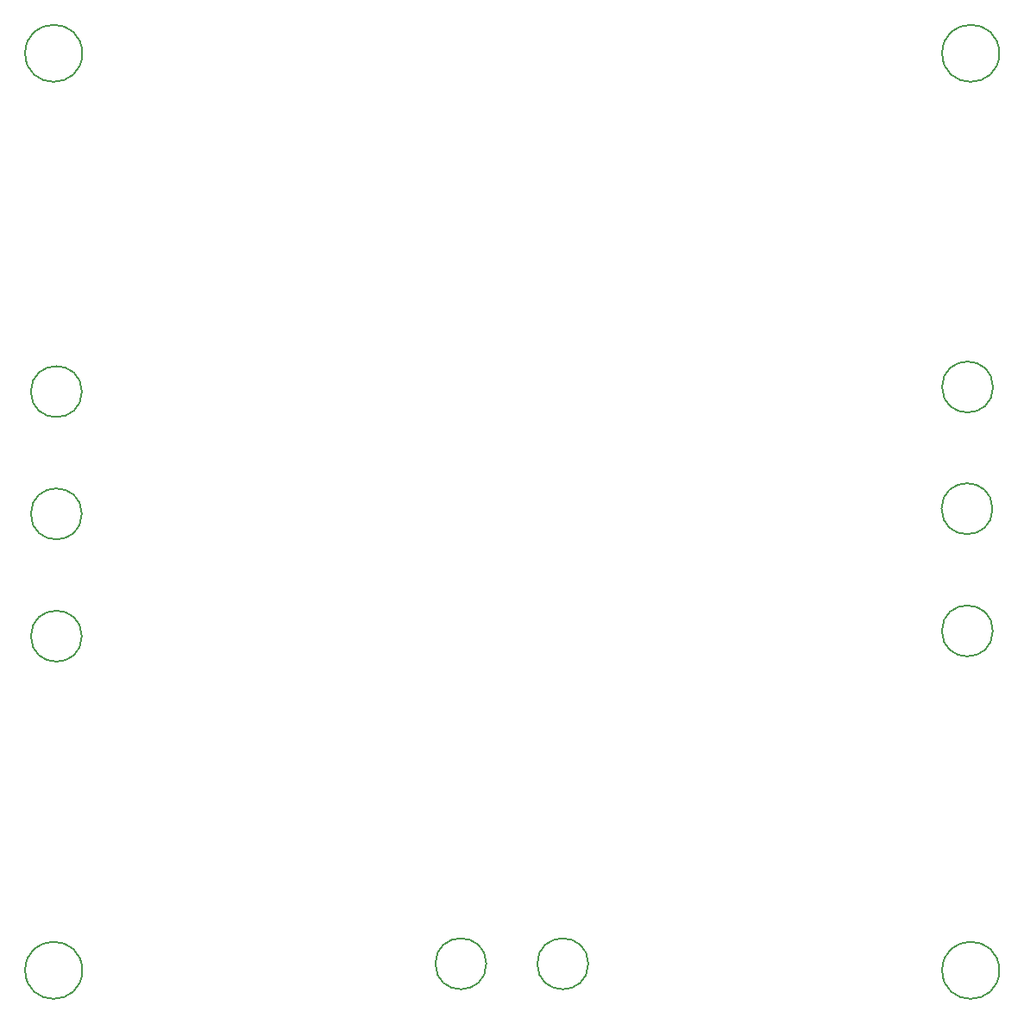
<source format=gbr>
%TF.GenerationSoftware,KiCad,Pcbnew,7.0.1*%
%TF.CreationDate,2023-07-30T21:13:22+03:00*%
%TF.ProjectId,ESP32_dual_ESC,45535033-325f-4647-9561-6c5f4553432e,rev?*%
%TF.SameCoordinates,Original*%
%TF.FileFunction,Other,Comment*%
%FSLAX46Y46*%
G04 Gerber Fmt 4.6, Leading zero omitted, Abs format (unit mm)*
G04 Created by KiCad (PCBNEW 7.0.1) date 2023-07-30 21:13:22*
%MOMM*%
%LPD*%
G01*
G04 APERTURE LIST*
%ADD10C,0.150000*%
G04 APERTURE END LIST*
D10*
%TO.C,J11*%
X147188621Y-87755000D02*
G75*
G03*
X147188621Y-87755000I-2500000J0D01*
G01*
%TO.C,H3*%
X147800000Y-145000000D02*
G75*
G03*
X147800000Y-145000000I-2800000J0D01*
G01*
%TO.C,H2*%
X147800000Y-55000000D02*
G75*
G03*
X147800000Y-55000000I-2800000J0D01*
G01*
%TO.C,H1*%
X57800000Y-55000000D02*
G75*
G03*
X57800000Y-55000000I-2800000J0D01*
G01*
%TO.C,J1*%
X57758621Y-112205000D02*
G75*
G03*
X57758621Y-112205000I-2500000J0D01*
G01*
%TO.C,J2*%
X57758621Y-100205000D02*
G75*
G03*
X57758621Y-100205000I-2500000J0D01*
G01*
%TO.C,J12*%
X147140000Y-99700000D02*
G75*
G03*
X147140000Y-99700000I-2500000J0D01*
G01*
%TO.C,J13*%
X147170000Y-111690000D02*
G75*
G03*
X147170000Y-111690000I-2500000J0D01*
G01*
%TO.C,H4*%
X57800000Y-145000000D02*
G75*
G03*
X57800000Y-145000000I-2800000J0D01*
G01*
%TO.C,J15*%
X107460000Y-144360000D02*
G75*
G03*
X107460000Y-144360000I-2500000J0D01*
G01*
%TO.C,J3*%
X57758621Y-88205000D02*
G75*
G03*
X57758621Y-88205000I-2500000J0D01*
G01*
%TO.C,J14*%
X97460000Y-144360000D02*
G75*
G03*
X97460000Y-144360000I-2500000J0D01*
G01*
%TD*%
M02*

</source>
